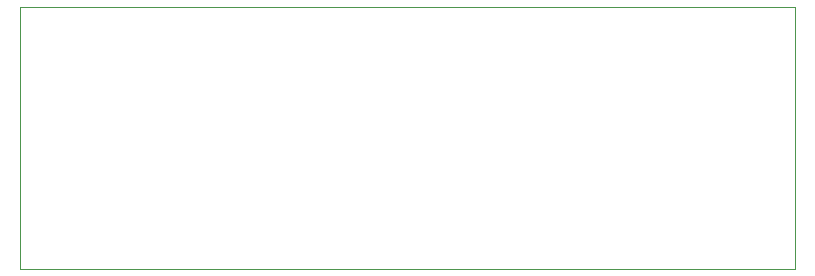
<source format=gm1>
%TF.GenerationSoftware,KiCad,Pcbnew,(5.1.12)-1*%
%TF.CreationDate,2023-03-04T08:28:37+01:00*%
%TF.ProjectId,Front_USB,46726f6e-745f-4555-9342-2e6b69636164,rev?*%
%TF.SameCoordinates,PX548a170PY45a45e8*%
%TF.FileFunction,Profile,NP*%
%FSLAX46Y46*%
G04 Gerber Fmt 4.6, Leading zero omitted, Abs format (unit mm)*
G04 Created by KiCad (PCBNEW (5.1.12)-1) date 2023-03-04 08:28:37*
%MOMM*%
%LPD*%
G01*
G04 APERTURE LIST*
%TA.AperFunction,Profile*%
%ADD10C,0.050000*%
%TD*%
G04 APERTURE END LIST*
D10*
X65659000Y22225000D02*
X65659000Y0D01*
X0Y22225000D02*
X0Y0D01*
X0Y0D02*
X65659000Y0D01*
X0Y22225000D02*
X65659000Y22225000D01*
M02*

</source>
